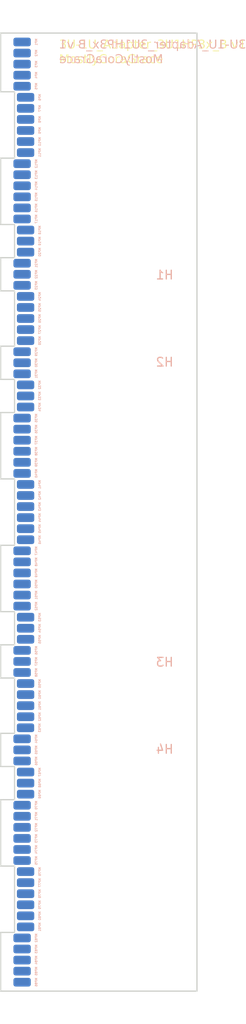
<source format=kicad_pcb>
(kicad_pcb (version 20240108) (generator "pcbnew") (generator_version "8.0")
  (layers (0 "F.Cu" signal) (31 "B.Cu" signal) (34 "B.Paste" user) (35 "F.Paste" user) (36 "B.SilkS" user "B.Silkscreen") (37 "F.SilkS" user "F.Silkscreen") (38 "B.Mask" user) (39 "F.Mask" user) (44 "Edge.Cuts" user))
  (net 0 "")
  (footprint "EXC:SolderWirePad_1x01_SMD_1x2mm" (layer "B.Cu") (at 2.87 87.63 -90)
    (property "Reference" "MP60" (at 0 -1.6256 90) (layer "B.SilkS") (effects (font (size 0.25 0.25) (thickness 0.06)) (justify mirror)))
    (property "Value" "Mechanical_Pad_Solder_Linkage")
    (pad "1" smd roundrect (at 0 0 270) (size 1 2) (layers "B.Cu" "B.Paste" "B.Mask"))
  )
  (footprint "EXC:SolderWirePad_1x01_SMD_1x2mm" (layer "B.Cu") (at 2.47 26.67 -90)
    (property "Reference" "MP12" (at 0 -1.6256 90) (layer "B.SilkS") (effects (font (size 0.25 0.25) (thickness 0.06)) (justify mirror)))
    (property "Value" "Mechanical_Pad_Solder_Linkage")
    (pad "1" smd roundrect (at 0 0 270) (size 1 2) (layers "B.Cu" "B.Paste" "B.Mask"))
  )
  (footprint "EXC:SolderWirePad_1x01_SMD_1x2mm" (layer "B.Cu") (at 2.47 58.42 -90)
    (property "Reference" "MP37" (at 0 -1.6256 90) (layer "B.SilkS") (effects (font (size 0.25 0.25) (thickness 0.06)) (justify mirror)))
    (property "Value" "Mechanical_Pad_Solder_Linkage")
    (pad "1" smd roundrect (at 0 0 270) (size 1 2) (layers "B.Cu" "B.Paste" "B.Mask"))
  )
  (footprint "EXC:SolderWirePad_1x01_SMD_1x2mm" (layer "B.Cu") (at 2.47 60.96 -90)
    (property "Reference" "MP39" (at 0 -1.6256 90) (layer "B.SilkS") (effects (font (size 0.25 0.25) (thickness 0.06)) (justify mirror)))
    (property "Value" "Mechanical_Pad_Solder_Linkage")
    (pad "1" smd roundrect (at 0 0 270) (size 1 2) (layers "B.Cu" "B.Paste" "B.Mask"))
  )
  (footprint "EXC:SolderWirePad_1x01_SMD_1x2mm" (layer "B.Cu") (at 2.47 106.68 -90)
    (property "Reference" "MP75" (at 0 -1.6256 90) (layer "B.SilkS") (effects (font (size 0.25 0.25) (thickness 0.06)) (justify mirror)))
    (property "Value" "Mechanical_Pad_Solder_Linkage")
    (pad "1" smd roundrect (at 0 0 270) (size 1 2) (layers "B.Cu" "B.Paste" "B.Mask"))
  )
  (footprint "EXC:SolderWirePad_1x01_SMD_1x2mm" (layer "B.Cu") (at 2.87 90.17 -90)
    (property "Reference" "MP62" (at 0 -1.6256 90) (layer "B.SilkS") (effects (font (size 0.25 0.25) (thickness 0.06)) (justify mirror)))
    (property "Value" "Mechanical_Pad_Solder_Linkage")
    (pad "1" smd roundrect (at 0 0 270) (size 1 2) (layers "B.Cu" "B.Paste" "B.Mask"))
  )
  (footprint "EXC:MountingHole_3.2mm_M3" (layer "B.Cu") (at 13.1 93.9 180)
    (property "Reference" "H4" (at -4.68 0 0) (layer "B.SilkS") (effects (justify right mirror)))
    (property "Value" "Eurorack_M3_MountingHole")
    (pad "" np_thru_hole oval (at 0 0 180) (size 7.8 5.2) (drill oval 7.8 5.2) (layers "F&B.Cu" "*.Mask"))
  )
  (footprint "EXC:SolderWirePad_1x01_SMD_1x2mm" (layer "B.Cu") (at 2.47 13.97 -90)
    (property "Reference" "MP2" (at 0 -1.6256 90) (layer "B.SilkS") (effects (font (size 0.25 0.25) (thickness 0.06)) (justify mirror)))
    (property "Value" "Mechanical_Pad_Solder_Linkage")
    (pad "1" smd roundrect (at 0 0 270) (size 1 2) (layers "B.Cu" "B.Paste" "B.Mask"))
  )
  (footprint "EXC:SolderWirePad_1x01_SMD_1x2mm" (layer "B.Cu") (at 2.47 76.2 -90)
    (property "Reference" "MP51" (at 0 -1.6256 90) (layer "B.SilkS") (effects (font (size 0.25 0.25) (thickness 0.06)) (justify mirror)))
    (property "Value" "Mechanical_Pad_Solder_Linkage")
    (pad "1" smd roundrect (at 0 0 270) (size 1 2) (layers "B.Cu" "B.Paste" "B.Mask"))
  )
  (footprint "EXC:SolderWirePad_1x01_SMD_1x2mm" (layer "B.Cu") (at 2.47 115.57 -90)
    (property "Reference" "MP82" (at 0 -1.6256 90) (layer "B.SilkS") (effects (font (size 0.25 0.25) (thickness 0.06)) (justify mirror)))
    (property "Value" "Mechanical_Pad_Solder_Linkage")
    (pad "1" smd roundrect (at 0 0 270) (size 1 2) (layers "B.Cu" "B.Paste" "B.Mask"))
  )
  (footprint "EXC:SolderWirePad_1x01_SMD_1x2mm" (layer "B.Cu") (at 2.87 46.99 -90)
    (property "Reference" "MP28" (at 0 -1.6256 90) (layer "B.SilkS") (effects (font (size 0.25 0.25) (thickness 0.06)) (justify mirror)))
    (property "Value" "Mechanical_Pad_Solder_Linkage")
    (pad "1" smd roundrect (at 0 0 270) (size 1 2) (layers "B.Cu" "B.Paste" "B.Mask"))
  )
  (footprint "EXC:SolderWirePad_1x01_SMD_1x2mm" (layer "B.Cu") (at 2.87 63.5 -90)
    (property "Reference" "MP41" (at 0 -1.6256 90) (layer "B.SilkS") (effects (font (size 0.25 0.25) (thickness 0.06)) (justify mirror)))
    (property "Value" "Mechanical_Pad_Solder_Linkage")
    (pad "1" smd roundrect (at 0 0 270) (size 1 2) (layers "B.Cu" "B.Paste" "B.Mask"))
  )
  (footprint "EXC:SolderWirePad_1x01_SMD_1x2mm" (layer "B.Cu") (at 2.47 73.66 -90)
    (property "Reference" "MP49" (at 0 -1.6256 90) (layer "B.SilkS") (effects (font (size 0.25 0.25) (thickness 0.06)) (justify mirror)))
    (property "Value" "Mechanical_Pad_Solder_Linkage")
    (pad "1" smd roundrect (at 0 0 270) (size 1 2) (layers "B.Cu" "B.Paste" "B.Mask"))
  )
  (footprint "EXC:SolderWirePad_1x01_SMD_1x2mm" (layer "B.Cu") (at 2.47 105.41 -90)
    (property "Reference" "MP74" (at 0 -1.6256 90) (layer "B.SilkS") (effects (font (size 0.25 0.25) (thickness 0.06)) (justify mirror)))
    (property "Value" "Mechanical_Pad_Solder_Linkage")
    (pad "1" smd roundrect (at 0 0 270) (size 1 2) (layers "B.Cu" "B.Paste" "B.Mask"))
  )
  (footprint "EXC:SolderWirePad_1x01_SMD_1x2mm" (layer "B.Cu") (at 2.87 68.58 -90)
    (property "Reference" "MP45" (at 0 -1.6256 90) (layer "B.SilkS") (effects (font (size 0.25 0.25) (thickness 0.06)) (justify mirror)))
    (property "Value" "Mechanical_Pad_Solder_Linkage")
    (pad "1" smd roundrect (at 0 0 270) (size 1 2) (layers "B.Cu" "B.Paste" "B.Mask"))
  )
  (footprint "EXC:SolderWirePad_1x01_SMD_1x2mm" (layer "B.Cu") (at 2.87 24.13 -90)
    (property "Reference" "MP10" (at 0 -1.6256 90) (layer "B.SilkS") (effects (font (size 0.25 0.25) (thickness 0.06)) (justify mirror)))
    (property "Value" "Mechanical_Pad_Solder_Linkage")
    (pad "1" smd roundrect (at 0 0 270) (size 1 2) (layers "B.Cu" "B.Paste" "B.Mask"))
  )
  (footprint "EXC:SolderWirePad_1x01_SMD_1x2mm" (layer "B.Cu") (at 2.47 40.64 -90)
    (property "Reference" "MP23" (at 0 -1.6256 90) (layer "B.SilkS") (effects (font (size 0.25 0.25) (thickness 0.06)) (justify mirror)))
    (property "Value" "Mechanical_Pad_Solder_Linkage")
    (pad "1" smd roundrect (at 0 0 270) (size 1 2) (layers "B.Cu" "B.Paste" "B.Mask"))
  )
  (footprint "EXC:SolderWirePad_1x01_SMD_1x2mm" (layer "B.Cu") (at 2.47 17.78 -90)
    (property "Reference" "MP5" (at 0 -1.6256 90) (layer "B.SilkS") (effects (font (size 0.25 0.25) (thickness 0.06)) (justify mirror)))
    (property "Value" "Mechanical_Pad_Solder_Linkage")
    (pad "1" smd roundrect (at 0 0 270) (size 1 2) (layers "B.Cu" "B.Paste" "B.Mask"))
  )
  (footprint "EXC:SolderWirePad_1x01_SMD_1x2mm" (layer "B.Cu") (at 2.87 44.45 -90)
    (property "Reference" "MP26" (at 0 -1.6256 90) (layer "B.SilkS") (effects (font (size 0.25 0.25) (thickness 0.06)) (justify mirror)))
    (property "Value" "Mechanical_Pad_Solder_Linkage")
    (pad "1" smd roundrect (at 0 0 270) (size 1 2) (layers "B.Cu" "B.Paste" "B.Mask"))
  )
  (footprint "EXC:SolderWirePad_1x01_SMD_1x2mm" (layer "B.Cu") (at 2.47 92.71 -90)
    (property "Reference" "MP64" (at 0 -1.6256 90) (layer "B.SilkS") (effects (font (size 0.25 0.25) (thickness 0.06)) (justify mirror)))
    (property "Value" "Mechanical_Pad_Solder_Linkage")
    (pad "1" smd roundrect (at 0 0 270) (size 1 2) (layers "B.Cu" "B.Paste" "B.Mask"))
  )
  (footprint "EXC:SolderWirePad_1x01_SMD_1x2mm" (layer "B.Cu") (at 2.47 72.39 -90)
    (property "Reference" "MP48" (at 0 -1.6256 90) (layer "B.SilkS") (effects (font (size 0.25 0.25) (thickness 0.06)) (justify mirror)))
    (property "Value" "Mechanical_Pad_Solder_Linkage")
    (pad "1" smd roundrect (at 0 0 270) (size 1 2) (layers "B.Cu" "B.Paste" "B.Mask"))
  )
  (footprint "EXC:SolderWirePad_1x01_SMD_1x2mm" (layer "B.Cu") (at 2.87 99.06 -90)
    (property "Reference" "MP69" (at 0 -1.6256 90) (layer "B.SilkS") (effects (font (size 0.25 0.25) (thickness 0.06)) (justify mirror)))
    (property "Value" "Mechanical_Pad_Solder_Linkage")
    (pad "1" smd roundrect (at 0 0 270) (size 1 2) (layers "B.Cu" "B.Paste" "B.Mask"))
  )
  (footprint "EXC:SolderWirePad_1x01_SMD_1x2mm" (layer "B.Cu") (at 2.87 97.79 -90)
    (property "Reference" "MP68" (at 0 -1.6256 90) (layer "B.SilkS") (effects (font (size 0.25 0.25) (thickness 0.06)) (justify mirror)))
    (property "Value" "Mechanical_Pad_Solder_Linkage")
    (pad "1" smd roundrect (at 0 0 270) (size 1 2) (layers "B.Cu" "B.Paste" "B.Mask"))
  )
  (footprint "EXC:SolderWirePad_1x01_SMD_1x2mm" (layer "B.Cu") (at 2.47 29.21 -90)
    (property "Reference" "MP14" (at 0 -1.6256 90) (layer "B.SilkS") (effects (font (size 0.25 0.25) (thickness 0.06)) (justify mirror)))
    (property "Value" "Mechanical_Pad_Solder_Linkage")
    (pad "1" smd roundrect (at 0 0 270) (size 1 2) (layers "B.Cu" "B.Paste" "B.Mask"))
  )
  (footprint "EXC:SolderWirePad_1x01_SMD_1x2mm" (layer "B.Cu") (at 2.47 15.24 -90)
    (property "Reference" "MP3" (at 0 -1.6256 90) (layer "B.SilkS") (effects (font (size 0.25 0.25) (thickness 0.06)) (justify mirror)))
    (property "Value" "Mechanical_Pad_Solder_Linkage")
    (pad "1" smd roundrect (at 0 0 270) (size 1 2) (layers "B.Cu" "B.Paste" "B.Mask"))
  )
  (footprint "EXC:SolderWirePad_1x01_SMD_1x2mm" (layer "B.Cu") (at 2.47 62.23 -90)
    (property "Reference" "MP40" (at 0 -1.6256 90) (layer "B.SilkS") (effects (font (size 0.25 0.25) (thickness 0.06)) (justify mirror)))
    (property "Value" "Mechanical_Pad_Solder_Linkage")
    (pad "1" smd roundrect (at 0 0 270) (size 1 2) (layers "B.Cu" "B.Paste" "B.Mask"))
  )
  (footprint "EXC:SolderWirePad_1x01_SMD_1x2mm" (layer "B.Cu") (at 2.47 31.75 -90)
    (property "Reference" "MP16" (at 0 -1.6256 90) (layer "B.SilkS") (effects (font (size 0.25 0.25) (thickness 0.06)) (justify mirror)))
    (property "Value" "Mechanical_Pad_Solder_Linkage")
    (pad "1" smd roundrect (at 0 0 270) (size 1 2) (layers "B.Cu" "B.Paste" "B.Mask"))
  )
  (footprint "EXC:MountingHole_3.2mm_M3" (layer "B.Cu") (at 13.1 49.45 180)
    (property "Reference" "H2" (at -4.68 0 0) (layer "B.SilkS") (effects (justify right mirror)))
    (property "Value" "Eurorack_M3_MountingHole")
    (pad "" np_thru_hole oval (at 0 0 180) (size 7.8 5.2) (drill oval 7.8 5.2) (layers "F&B.Cu" "*.Mask"))
  )
  (footprint "EXC:SolderWirePad_1x01_SMD_1x2mm" (layer "B.Cu") (at 2.87 81.28 -90)
    (property "Reference" "MP55" (at 0 -1.6256 90) (layer "B.SilkS") (effects (font (size 0.25 0.25) (thickness 0.06)) (justify mirror)))
    (property "Value" "Mechanical_Pad_Solder_Linkage")
    (pad "1" smd roundrect (at 0 0 270) (size 1 2) (layers "B.Cu" "B.Paste" "B.Mask"))
  )
  (footprint "EXC:MountingHole_3.2mm_M3" (layer "B.Cu") (at 13.1 83.9 180)
    (property "Reference" "H3" (at -4.68 0 0) (layer "B.SilkS") (effects (justify right mirror)))
    (property "Value" "Eurorack_M3_MountingHole")
    (pad "" np_thru_hole oval (at 0 0 180) (size 7.8 5.2) (drill oval 7.8 5.2) (layers "F&B.Cu" "*.Mask"))
  )
  (footprint "EXC:SolderWirePad_1x01_SMD_1x2mm" (layer "B.Cu") (at 2.87 86.36 -90)
    (property "Reference" "MP59" (at 0 -1.6256 90) (layer "B.SilkS") (effects (font (size 0.25 0.25) (thickness 0.06)) (justify mirror)))
    (property "Value" "Mechanical_Pad_Solder_Linkage")
    (pad "1" smd roundrect (at 0 0 270) (size 1 2) (layers "B.Cu" "B.Paste" "B.Mask"))
  )
  (footprint "EXC:SolderWirePad_1x01_SMD_1x2mm" (layer "B.Cu") (at 2.47 95.25 -90)
    (property "Reference" "MP66" (at 0 -1.6256 90) (layer "B.SilkS") (effects (font (size 0.25 0.25) (thickness 0.06)) (justify mirror)))
    (property "Value" "Mechanical_Pad_Solder_Linkage")
    (pad "1" smd roundrect (at 0 0 270) (size 1 2) (layers "B.Cu" "B.Paste" "B.Mask"))
  )
  (footprint "EXC:SolderWirePad_1x01_SMD_1x2mm" (layer "B.Cu") (at 2.47 104.14 -90)
    (property "Reference" "MP73" (at 0 -1.6256 90) (layer "B.SilkS") (effects (font (size 0.25 0.25) (thickness 0.06)) (justify mirror)))
    (property "Value" "Mechanical_Pad_Solder_Linkage")
    (pad "1" smd roundrect (at 0 0 270) (size 1 2) (layers "B.Cu" "B.Paste" "B.Mask"))
  )
  (footprint "EXC:SolderWirePad_1x01_SMD_1x2mm" (layer "B.Cu") (at 2.87 78.74 -90)
    (property "Reference" "MP53" (at 0 -1.6256 90) (layer "B.SilkS") (effects (font (size 0.25 0.25) (thickness 0.06)) (justify mirror)))
    (property "Value" "Mechanical_Pad_Solder_Linkage")
    (pad "1" smd roundrect (at 0 0 270) (size 1 2) (layers "B.Cu" "B.Paste" "B.Mask"))
  )
  (footprint "EXC:SolderWirePad_1x01_SMD_1x2mm" (layer "B.Cu") (at 2.87 107.95 -90)
    (property "Reference" "MP76" (at 0 -1.6256 90) (layer "B.SilkS") (effects (font (size 0.25 0.25) (thickness 0.06)) (justify mirror)))
    (property "Value" "Mechanical_Pad_Solder_Linkage")
    (pad "1" smd roundrect (at 0 0 270) (size 1 2) (layers "B.Cu" "B.Paste" "B.Mask"))
  )
  (footprint "EXC:SolderWirePad_1x01_SMD_1x2mm" (layer "B.Cu") (at 2.87 111.76 -90)
    (property "Reference" "MP79" (at 0 -1.6256 90) (layer "B.SilkS") (effects (font (size 0.25 0.25) (thickness 0.06)) (justify mirror)))
    (property "Value" "Mechanical_Pad_Solder_Linkage")
    (pad "1" smd roundrect (at 0 0 270) (size 1 2) (layers "B.Cu" "B.Paste" "B.Mask"))
  )
  (footprint "EXC:SolderWirePad_1x01_SMD_1x2mm" (layer "B.Cu") (at 2.47 119.38 -90)
    (property "Reference" "MP85" (at 0 -1.6256 90) (layer "B.SilkS") (effects (font (size 0.25 0.25) (thickness 0.06)) (justify mirror)))
    (property "Value" "Mechanical_Pad_Solder_Linkage")
    (pad "1" smd roundrect (at 0 0 270) (size 1 2) (layers "B.Cu" "B.Paste" "B.Mask"))
  )
  (footprint "EXC:SolderWirePad_1x01_SMD_1x2mm" (layer "B.Cu") (at 2.86 91.44 -90)
    (property "Reference" "MP63" (at 0 -1.6256 90) (layer "B.SilkS") (effects (font (size 0.25 0.25) (thickness 0.06)) (justify mirror)))
    (property "Value" "Mechanical_Pad_Solder_Linkage")
    (pad "1" smd roundrect (at 0 0 270) (size 1 2) (layers "B.Cu" "B.Paste" "B.Mask"))
  )
  (footprint "EXC:SolderWirePad_1x01_SMD_1x2mm" (layer "B.Cu") (at 2.87 43.18 -90)
    (property "Reference" "MP25" (at 0 -1.6256 90) (layer "B.SilkS") (effects (font (size 0.25 0.25) (thickness 0.06)) (justify mirror)))
    (property "Value" "Mechanical_Pad_Solder_Linkage")
    (pad "1" smd roundrect (at 0 0 270) (size 1 2) (layers "B.Cu" "B.Paste" "B.Mask"))
  )
  (footprint "EXC:SolderWirePad_1x01_SMD_1x2mm" (layer "B.Cu") (at 2.47 102.87 -90)
    (property "Reference" "MP72" (at 0 -1.6256 90) (layer "B.SilkS") (effects (font (size 0.25 0.25) (thickness 0.06)) (justify mirror)))
    (property "Value" "Mechanical_Pad_Solder_Linkage")
    (pad "1" smd roundrect (at 0 0 270) (size 1 2) (layers "B.Cu" "B.Paste" "B.Mask"))
  )
  (footprint "EXC:SolderWirePad_1x01_SMD_1x2mm" (layer "B.Cu") (at 2.47 93.98 -90)
    (property "Reference" "MP65" (at 0 -1.6256 90) (layer "B.SilkS") (effects (font (size 0.25 0.25) (thickness 0.06)) (justify mirror)))
    (property "Value" "Mechanical_Pad_Solder_Linkage")
    (pad "1" smd roundrect (at 0 0 270) (size 1 2) (layers "B.Cu" "B.Paste" "B.Mask"))
  )
  (footprint "EXC:SolderWirePad_1x01_SMD_1x2mm" (layer "B.Cu") (at 2.47 74.93 -90)
    (property "Reference" "MP50" (at 0 -1.6256 90) (layer "B.SilkS") (effects (font (size 0.25 0.25) (thickness 0.06)) (justify mirror)))
    (property "Value" "Mechanical_Pad_Solder_Linkage")
    (pad "1" smd roundrect (at 0 0 270) (size 1 2) (layers "B.Cu" "B.Paste" "B.Mask"))
  )
  (footprint "EXC:SolderWirePad_1x01_SMD_1x2mm" (layer "B.Cu") (at 2.47 101.6 -90)
    (property "Reference" "MP71" (at 0 -1.6256 90) (layer "B.SilkS") (effects (font (size 0.25 0.25) (thickness 0.06)) (justify mirror)))
    (property "Value" "Mechanical_Pad_Solder_Linkage")
    (pad "1" smd roundrect (at 0 0 270) (size 1 2) (layers "B.Cu" "B.Paste" "B.Mask"))
  )
  (footprint "EXC:SolderWirePad_1x01_SMD_1x2mm" (layer "B.Cu") (at 2.47 50.8 -90)
    (property "Reference" "MP31" (at 0 -1.6256 90) (layer "B.SilkS") (effects (font (size 0.25 0.25) (thickness 0.06)) (justify mirror)))
    (property "Value" "Mechanical_Pad_Solder_Linkage")
    (pad "1" smd roundrect (at 0 0 270) (size 1 2) (layers "B.Cu" "B.Paste" "B.Mask"))
  )
  (footprint "EXC:SolderWirePad_1x01_SMD_1x2mm" (layer "B.Cu") (at 2.47 116.84 -90)
    (property "Reference" "MP83" (at 0 -1.6256 90) (layer "B.SilkS") (effects (font (size 0.25 0.25) (thickness 0.06)) (justify mirror)))
    (property "Value" "Mechanical_Pad_Solder_Linkage")
    (pad "1" smd roundrect (at 0 0 270) (size 1 2) (layers "B.Cu" "B.Paste" "B.Mask"))
  )
  (footprint "EXC:SolderWirePad_1x01_SMD_1x2mm" (layer "B.Cu") (at 2.87 35.56 -90)
    (property "Reference" "MP19" (at 0 -1.6256 90) (layer "B.SilkS") (effects (font (size 0.25 0.25) (thickness 0.06)) (justify mirror)))
    (property "Value" "Mechanical_Pad_Solder_Linkage")
    (pad "1" smd roundrect (at 0 0 270) (size 1 2) (layers "B.Cu" "B.Paste" "B.Mask"))
  )
  (footprint "EXC:SolderWirePad_1x01_SMD_1x2mm" (layer "B.Cu") (at 2.87 45.72 -90)
    (property "Reference" "MP27" (at 0 -1.6256 90) (layer "B.SilkS") (effects (font (size 0.25 0.25) (thickness 0.06)) (justify mirror)))
    (property "Value" "Mechanical_Pad_Solder_Linkage")
    (pad "1" smd roundrect (at 0 0 270) (size 1 2) (layers "B.Cu" "B.Paste" "B.Mask"))
  )
  (footprint "EXC:SolderWirePad_1x01_SMD_1x2mm" (layer "B.Cu") (at 2.47 71.12 -90)
    (property "Reference" "MP47" (at 0 -1.6256 90) (layer "B.SilkS") (effects (font (size 0.25 0.25) (thickness 0.06)) (justify mirror)))
    (property "Value" "Mechanical_Pad_Solder_Linkage")
    (pad "1" smd roundrect (at 0 0 270) (size 1 2) (layers "B.Cu" "B.Paste" "B.Mask"))
  )
  (footprint "EXC:SolderWirePad_1x01_SMD_1x2mm" (layer "B.Cu") (at 2.47 49.53 -90)
    (property "Reference" "MP30" (at 0 -1.6256 90) (layer "B.SilkS") (effects (font (size 0.25 0.25) (thickness 0.06)) (justify mirror)))
    (property "Value" "Mechanical_Pad_Solder_Linkage")
    (pad "1" smd roundrect (at 0 0 270) (size 1 2) (layers "B.Cu" "B.Paste" "B.Mask"))
  )
  (footprint "EXC:SolderWirePad_1x01_SMD_1x2mm" (layer "B.Cu") (at 2.47 118.11 -90)
    (property "Reference" "MP84" (at 0 -1.6256 90) (layer "B.SilkS") (effects (font (size 0.25 0.25) (thickness 0.06)) (justify mirror)))
    (property "Value" "Mechanical_Pad_Solder_Linkage")
    (pad "1" smd roundrect (at 0 0 270) (size 1 2) (layers "B.Cu" "B.Paste" "B.Mask"))
  )
  (footprint "EXC:SolderWirePad_1x01_SMD_1x2mm" (layer "B.Cu") (at 2.47 30.48 -90)
    (property "Reference" "MP15" (at 0 -1.6256 90) (layer "B.SilkS") (effects (font (size 0.25 0.25) (thickness 0.06)) (justify mirror)))
    (property "Value" "Mechanical_Pad_Solder_Linkage")
    (pad "1" smd roundrect (at 0 0 270) (size 1 2) (layers "B.Cu" "B.Paste" "B.Mask"))
  )
  (footprint "EXC:SolderWirePad_1x01_SMD_1x2mm" (layer "B.Cu") (at 2.47 12.7 -90)
    (property "Reference" "MP1" (at 0 -1.6256 90) (layer "B.SilkS") (effects (font (size 0.25 0.25) (thickness 0.06)) (justify mirror)))
    (property "Value" "Mechanical_Pad_Solder_Linkage")
    (pad "1" smd roundrect (at 0 0 270) (size 1 2) (layers "B.Cu" "B.Paste" "B.Mask"))
  )
  (footprint "EXC:SolderWirePad_1x01_SMD_1x2mm" (layer "B.Cu") (at 2.87 36.83 -90)
    (property "Reference" "MP20" (at 0 -1.6256 90) (layer "B.SilkS") (effects (font (size 0.25 0.25) (thickness 0.06)) (justify mirror)))
    (property "Value" "Mechanical_Pad_Solder_Linkage")
    (pad "1" smd roundrect (at 0 0 270) (size 1 2) (layers "B.Cu" "B.Paste" "B.Mask"))
  )
  (footprint "EXC:SolderWirePad_1x01_SMD_1x2mm" (layer "B.Cu") (at 2.47 83.82 -90)
    (property "Reference" "MP57" (at 0 -1.6256 90) (layer "B.SilkS") (effects (font (size 0.25 0.25) (thickness 0.06)) (justify mirror)))
    (property "Value" "Mechanical_Pad_Solder_Linkage")
    (pad "1" smd roundrect (at 0 0 270) (size 1 2) (layers "B.Cu" "B.Paste" "B.Mask"))
  )
  (footprint "EXC:SolderWirePad_1x01_SMD_1x2mm" (layer "B.Cu") (at 2.87 114.3 -90)
    (property "Reference" "MP81" (at 0 -1.6256 90) (layer "B.SilkS") (effects (font (size 0.25 0.25) (thickness 0.06)) (justify mirror)))
    (property "Value" "Mechanical_Pad_Solder_Linkage")
    (pad "1" smd roundrect (at 0 0 270) (size 1 2) (layers "B.Cu" "B.Paste" "B.Mask"))
  )
  (footprint "EXC:SolderWirePad_1x01_SMD_1x2mm" (layer "B.Cu") (at 2.87 41.91 -90)
    (property "Reference" "MP24" (at 0 -1.6256 90) (layer "B.SilkS") (effects (font (size 0.25 0.25) (thickness 0.06)) (justify mirror)))
    (property "Value" "Mechanical_Pad_Solder_Linkage")
    (pad "1" smd roundrect (at 0 0 270) (size 1 2) (layers "B.Cu" "B.Paste" "B.Mask"))
  )
  (footprint "EXC:SolderWirePad_1x01_SMD_1x2mm" (layer "B.Cu") (at 2.87 109.22 -90)
    (property "Reference" "MP77" (at 0 -1.6256 90) (layer "B.SilkS") (effects (font (size 0.25 0.25) (thickness 0.06)) (justify mirror)))
    (property "Value" "Mechanical_Pad_Solder_Linkage")
    (pad "1" smd roundrect (at 0 0 270) (size 1 2) (layers "B.Cu" "B.Paste" "B.Mask"))
  )
  (footprint "EXC:SolderWirePad_1x01_SMD_1x2mm" (layer "B.Cu") (at 2.47 39.37 -90)
    (property "Reference" "MP22" (at 0 -1.6256 90) (layer "B.SilkS") (effects (font (size 0.25 0.25) (thickness 0.06)) (justify mirror)))
    (property "Value" "Mechanical_Pad_Solder_Linkage")
    (pad "1" smd roundrect (at 0 0 270) (size 1 2) (layers "B.Cu" "B.Paste" "B.Mask"))
  )
  (footprint "EXC:SolderWirePad_1x01_SMD_1x2mm" (layer "B.Cu") (at 2.87 80.01 -90)
    (property "Reference" "MP54" (at 0 -1.6256 90) (layer "B.SilkS") (effects (font (size 0.25 0.25) (thickness 0.06)) (justify mirror)))
    (property "Value" "Mechanical_Pad_Solder_Linkage")
    (pad "1" smd roundrect (at 0 0 270) (size 1 2) (layers "B.Cu" "B.Paste" "B.Mask"))
  )
  (footprint "EXC:SolderWirePad_1x01_SMD_1x2mm" (layer "B.Cu") (at 2.87 69.85 -90)
    (property "Reference" "MP46" (at 0 -1.6256 90) (layer "B.SilkS") (effects (font (size 0.25 0.25) (thickness 0.06)) (justify mirror)))
    (property "Value" "Mechanical_Pad_Solder_Linkage")
    (pad "1" smd roundrect (at 0 0 270) (size 1 2) (layers "B.Cu" "B.Paste" "B.Mask"))
  )
  (footprint "EXC:SolderWirePad_1x01_SMD_1x2mm" (layer "B.Cu") (at 2.87 67.31 -90)
    (property "Reference" "MP44" (at 0 -1.6256 90) (layer "B.SilkS") (effects (font (size 0.25 0.25) (thickness 0.06)) (justify mirror)))
    (property "Value" "Mechanical_Pad_Solder_Linkage")
    (pad "1" smd roundrect (at 0 0 270) (size 1 2) (layers "B.Cu" "B.Paste" "B.Mask"))
  )
  (footprint "EXC:SolderWirePad_1x01_SMD_1x2mm" (layer "B.Cu") (at 2.47 48.26 -90)
    (property "Reference" "MP29" (at 0 -1.6256 90) (layer "B.SilkS") (effects (font (size 0.25 0.25) (thickness 0.06)) (justify mirror)))
    (property "Value" "Mechanical_Pad_Solder_Linkage")
    (pad "1" smd roundrect (at 0 0 270) (size 1 2) (layers "B.Cu" "B.Paste" "B.Mask"))
  )
  (footprint "EXC:MountingHole_3.2mm_M3" (layer "B.Cu") (at 13.1 39.45 180)
    (property "Reference" "H1" (at -4.68 0 0) (layer "B.SilkS") (effects (justify right mirror)))
    (property "Value" "Eurorack_M3_MountingHole")
    (pad "" np_thru_hole oval (at 0 0 180) (size 7.8 5.2) (drill oval 7.8 5.2) (layers "F&B.Cu" "*.Mask"))
  )
  (footprint "EXC:SolderWirePad_1x01_SMD_1x2mm" (layer "B.Cu") (at 2.87 53.34 -90)
    (property "Reference" "MP33" (at 0 -1.6256 90) (layer "B.SilkS") (effects (font (size 0.25 0.25) (thickness 0.06)) (justify mirror)))
    (property "Value" "Mechanical_Pad_Solder_Linkage")
    (pad "1" smd roundrect (at 0 0 270) (size 1 2) (layers "B.Cu" "B.Paste" "B.Mask"))
  )
  (footprint "EXC:SolderWirePad_1x01_SMD_1x2mm" (layer "B.Cu") (at 2.47 85.09 -90)
    (property "Reference" "MP58" (at 0 -1.6256 90) (layer "B.SilkS") (effects (font (size 0.25 0.25) (thickness 0.06)) (justify mirror)))
    (property "Value" "Mechanical_Pad_Solder_Linkage")
    (pad "1" smd roundrect (at 0 0 270) (size 1 2) (layers "B.Cu" "B.Paste" "B.Mask"))
  )
  (footprint "EXC:SolderWirePad_1x01_SMD_1x2mm" (layer "B.Cu") (at 2.87 64.77 -90)
    (property "Reference" "MP42" (at 0 -1.6256 90) (layer "B.SilkS") (effects (font (size 0.25 0.25) (thickness 0.06)) (justify mirror)))
    (property "Value" "Mechanical_Pad_Solder_Linkage")
    (pad "1" smd roundrect (at 0 0 270) (size 1 2) (layers "B.Cu" "B.Paste" "B.Mask"))
  )
  (footprint "EXC:SolderWirePad_1x01_SMD_1x2mm" (layer "B.Cu") (at 2.87 54.61 -90)
    (property "Reference" "MP34" (at 0 -1.6256 90) (layer "B.SilkS") (effects (font (size 0.25 0.25) (thickness 0.06)) (justify mirror)))
    (property "Value" "Mechanical_Pad_Solder_Linkage")
    (pad "1" smd roundrect (at 0 0 270) (size 1 2) (layers "B.Cu" "B.Paste" "B.Mask"))
  )
  (footprint "EXC:SolderWirePad_1x01_SMD_1x2mm" (layer "B.Cu") (at 2.87 21.59 -90)
    (property "Reference" "MP8" (at 0 -1.6256 90) (layer "B.SilkS") (effects (font (size 0.25 0.25) (thickness 0.06)) (justify mirror)))
    (property "Value" "Mechanical_Pad_Solder_Linkage")
    (pad "1" smd roundrect (at 0 0 270) (size 1 2) (layers "B.Cu" "B.Paste" "B.Mask"))
  )
  (footprint "EXC:SolderWirePad_1x01_SMD_1x2mm" (layer "B.Cu") (at 2.87 66.04 -90)
    (property "Reference" "MP43" (at 0 -1.6256 90) (layer "B.SilkS") (effects (font (size 0.25 0.25) (thickness 0.06)) (justify mirror)))
    (property "Value" "Mechanical_Pad_Solder_Linkage")
    (pad "1" smd roundrect (at 0 0 270) (size 1 2) (layers "B.Cu" "B.Paste" "B.Mask"))
  )
  (footprint "EXC:SolderWirePad_1x01_SMD_1x2mm" (layer "B.Cu") (at 2.47 38.1 -90)
    (property "Reference" "MP21" (at 0 -1.6256 90) (layer "B.SilkS") (effects (font (size 0.25 0.25) (thickness 0.06)) (justify mirror)))
    (property "Value" "Mechanical_Pad_Solder_Linkage")
    (pad "1" smd roundrect (at 0 0 270) (size 1 2) (layers "B.Cu" "B.Paste" "B.Mask"))
  )
  (footprint "EXC:SolderWirePad_1x01_SMD_1x2mm" (layer "B.Cu") (at 2.87 52.07 -90)
    (property "Reference" "MP32" (at 0 -1.6256 90) (layer "B.SilkS") (effects (font (size 0.25 0.25) (thickness 0.06)) (justify mirror)))
    (property "Value" "Mechanical_Pad_Solder_Linkage")
    (pad "1" smd roundrect (at 0 0 270) (size 1 2) (layers "B.Cu" "B.Paste" "B.Mask"))
  )
  (footprint "EXC:SolderWirePad_1x01_SMD_1x2mm" (layer "B.Cu") (at 2.87 20.32 -90)
    (property "Reference" "MP7" (at 0 -1.6256 90) (layer "B.SilkS") (effects (font (size 0.25 0.25) (thickness 0.06)) (justify mirror)))
    (property "Value" "Mechanical_Pad_Solder_Linkage")
    (pad "1" smd roundrect (at 0 0 270) (size 1 2) (layers "B.Cu" "B.Paste" "B.Mask"))
  )
  (footprint "EXC:SolderWirePad_1x01_SMD_1x2mm" (layer "B.Cu") (at 2.47 120.65 -90)
    (property "Reference" "MP86" (at 0 -1.6256 90) (layer "B.SilkS") (effects (font (size 0.25 0.25) (thickness 0.06)) (justify mirror)))
    (property "Value" "Mechanical_Pad_Solder_Linkage")
    (pad "1" smd roundrect (at 0 0 270) (size 1 2) (layers "B.Cu" "B.Paste" "B.Mask"))
  )
  (footprint "EXC:SolderWirePad_1x01_SMD_1x2mm" (layer "B.Cu") (at 2.87 22.86 -90)
    (property "Reference" "MP9" (at 0 -1.6256 90) (layer "B.SilkS") (effects (font (size 0.25 0.25) (thickness 0.06)) (justify mirror)))
    (property "Value" "Mechanical_Pad_Solder_Linkage")
    (pad "1" smd roundrect (at 0 0 270) (size 1 2) (layers "B.Cu" "B.Paste" "B.Mask"))
  )
  (footprint "EXC:SolderWirePad_1x01_SMD_1x2mm" (layer "B.Cu") (at 2.47 77.47 -90)
    (property "Reference" "MP52" (at 0 -1.6256 90) (layer "B.SilkS") (effects (font (size 0.25 0.25) (thickness 0.06)) (justify mirror)))
    (property "Value" "Mechanical_Pad_Solder_Linkage")
    (pad "1" smd roundrect (at 0 0 270) (size 1 2) (layers "B.Cu" "B.Paste" "B.Mask"))
  )
  (footprint "EXC:SolderWirePad_1x01_SMD_1x2mm" (layer "B.Cu") (at 2.87 25.4 -90)
    (property "Reference" "MP11" (at 0 -1.6256 90) (layer "B.SilkS") (effects (font (size 0.25 0.25) (thickness 0.06)) (justify mirror)))
    (property "Value" "Mechanical_Pad_Solder_Linkage")
    (pad "1" smd roundrect (at 0 0 270) (size 1 2) (layers "B.Cu" "B.Paste" "B.Mask"))
  )
  (footprint "EXC:SolderWirePad_1x01_SMD_1x2mm" (layer "B.Cu") (at 2.47 82.55 -90)
    (property "Reference" "MP56" (at 0 -1.6256 90) (layer "B.SilkS") (effects (font (size 0.25 0.25) (thickness 0.06)) (justify mirror)))
    (property "Value" "Mechanical_Pad_Solder_Linkage")
    (pad "1" smd roundrect (at 0 0 270) (size 1 2) (layers "B.Cu" "B.Paste" "B.Mask"))
  )
  (footprint "EXC:SolderWirePad_1x01_SMD_1x2mm" (layer "B.Cu") (at 2.87 88.9 -90)
    (property "Reference" "MP61" (at 0 -1.6256 90) (layer "B.SilkS") (effects (font (size 0.25 0.25) (thickness 0.06)) (justify mirror)))
    (property "Value" "Mechanical_Pad_Solder_Linkage")
    (pad "1" smd roundrect (at 0 0 270) (size 1 2) (layers "B.Cu" "B.Paste" "B.Mask"))
  )
  (footprint "EXC:SolderWirePad_1x01_SMD_1x2mm" (layer "B.Cu") (at 2.47 55.88 -90)
    (property "Reference" "MP35" (at 0 -1.6256 90) (layer "B.SilkS") (effects (font (size 0.25 0.25) (thickness 0.06)) (justify mirror)))
    (property "Value" "Mechanical_Pad_Solder_Linkage")
    (pad "1" smd roundrect (at 0 0 270) (size 1 2) (layers "B.Cu" "B.Paste" "B.Mask"))
  )
  (footprint "EXC:SolderWirePad_1x01_SMD_1x2mm" (layer "B.Cu") (at 2.47 100.33 -90)
    (property "Reference" "MP70" (at 0 -1.6256 90) (layer "B.SilkS") (effects (font (size 0.25 0.25) (thickness 0.06)) (justify mirror)))
    (property "Value" "Mechanical_Pad_Solder_Linkage")
    (pad "1" smd roundrect (at 0 0 270) (size 1 2) (layers "B.Cu" "B.Paste" "B.Mask"))
  )
  (footprint "EXC:SolderWirePad_1x01_SMD_1x2mm" (layer "B.Cu") (at 2.47 57.15 -90)
    (property "Reference" "MP36" (at 0 -1.6256 90) (layer "B.SilkS") (effects (font (size 0.25 0.25) (thickness 0.06)) (justify mirror)))
    (property "Value" "Mechanical_Pad_Solder_Linkage")
    (pad "1" smd roundrect (at 0 0 270) (size 1 2) (layers "B.Cu" "B.Paste" "B.Mask"))
  )
  (footprint "EXC:SolderWirePad_1x01_SMD_1x2mm" (layer "B.Cu") (at 2.87 113.03 -90)
    (property "Reference" "MP80" (at 0 -1.6256 90) (layer "B.SilkS") (effects (font (size 0.25 0.25) (thickness 0.06)) (justify mirror)))
    (property "Value" "Mechanical_Pad_Solder_Linkage")
    (pad "1" smd roundrect (at 0 0 270) (size 1 2) (layers "B.Cu" "B.Paste" "B.Mask"))
  )
  (footprint "EXC:SolderWirePad_1x01_SMD_1x2mm" (layer "B.Cu") (at 2.47 16.51 -90)
    (property "Reference" "MP4" (at 0 -1.6256 90) (layer "B.SilkS") (effects (font (size 0.25 0.25) (thickness 0.06)) (justify mirror)))
    (property "Value" "Mechanical_Pad_Solder_Linkage")
    (pad "1" smd roundrect (at 0 0 270) (size 1 2) (layers "B.Cu" "B.Paste" "B.Mask"))
  )
  (footprint "EXC:SolderWirePad_1x01_SMD_1x2mm" (layer "B.Cu") (at 2.87 110.49 -90)
    (property "Reference" "MP78" (at 0 -1.6256 90) (layer "B.SilkS") (effects (font (size 0.25 0.25) (thickness 0.06)) (justify mirror)))
    (property "Value" "Mechanical_Pad_Solder_Linkage")
    (pad "1" smd roundrect (at 0 0 270) (size 1 2) (layers "B.Cu" "B.Paste" "B.Mask"))
  )
  (footprint "EXC:SolderWirePad_1x01_SMD_1x2mm" (layer "B.Cu") (at 2.87 34.29 -90)
    (property "Reference" "MP18" (at 0 -1.6256 90) (layer "B.SilkS") (effects (font (size 0.25 0.25) (thickness 0.06)) (justify mirror)))
    (property "Value" "Mechanical_Pad_Solder_Linkage")
    (pad "1" smd roundrect (at 0 0 270) (size 1 2) (layers "B.Cu" "B.Paste" "B.Mask"))
  )
  (footprint "EXC:SolderWirePad_1x01_SMD_1x2mm" (layer "B.Cu") (at 2.47 27.94 -90)
    (property "Reference" "MP13" (at 0 -1.6256 90) (layer "B.SilkS") (effects (font (size 0.25 0.25) (thickness 0.06)) (justify mirror)))
    (property "Value" "Mechanical_Pad_Solder_Linkage")
    (pad "1" smd roundrect (at 0 0 270) (size 1 2) (layers "B.Cu" "B.Paste" "B.Mask"))
  )
  (footprint "EXC:SolderWirePad_1x01_SMD_1x2mm" (layer "B.Cu") (at 2.47 59.69 -90)
    (property "Reference" "MP38" (at 0 -1.6256 90) (layer "B.SilkS") (effects (font (size 0.25 0.25) (thickness 0.06)) (justify mirror)))
    (property "Value" "Mechanical_Pad_Solder_Linkage")
    (pad "1" smd roundrect (at 0 0 270) (size 1 2) (layers "B.Cu" "B.Paste" "B.Mask"))
  )
  (footprint "EXC:SolderWirePad_1x01_SMD_1x2mm" (layer "B.Cu") (at 2.87 19.05 -90)
    (property "Reference" "MP6" (at 0 -1.6256 90) (layer "B.SilkS") (effects (font (size 0.25 0.25) (thickness 0.06)) (justify mirror)))
    (property "Value" "Mechanical_Pad_Solder_Linkage")
    (pad "1" smd roundrect (at 0 0 270) (size 1 2) (layers "B.Cu" "B.Paste" "B.Mask"))
  )
  (footprint "EXC:SolderWirePad_1x01_SMD_1x2mm" (layer "B.Cu") (at 2.47 33.02 -90)
    (property "Reference" "MP17" (at 0 -1.6256 90) (layer "B.SilkS") (effects (font (size 0.25 0.25) (thickness 0.06)) (justify mirror)))
    (property "Value" "Mechanical_Pad_Solder_Linkage")
    (pad "1" smd roundrect (at 0 0 270) (size 1 2) (layers "B.Cu" "B.Paste" "B.Mask"))
  )
  (footprint "EXC:SolderWirePad_1x01_SMD_1x2mm" (layer "B.Cu") (at 2.87 96.52 -90)
    (property "Reference" "MP67" (at 0 -1.6256 90) (layer "B.SilkS") (effects (font (size 0.25 0.25) (thickness 0.06)) (justify mirror)))
    (property "Value" "Mechanical_Pad_Solder_Linkage")
    (pad "1" smd roundrect (at 0 0 270) (size 1 2) (layers "B.Cu" "B.Paste" "B.Mask"))
  )
  (gr_line (start 22.6 11.675) (end 22.6 121.675) (stroke (width 0.15)) (layer "Edge.Cuts"))
  (gr_line (start 0 70.485) (end 1.6 70.485) (stroke (width 0.15)) (layer "Edge.Cuts"))
  (gr_line (start 0 99.695) (end 1.6 99.695) (stroke (width 0.15)) (layer "Edge.Cuts"))
  (gr_line (start 0 114.935) (end 1.6 114.935) (stroke (width 0.15)) (layer "Edge.Cuts"))
  (gr_line (start 1.6 51.435) (end 1.6 55.245) (stroke (width 0.15)) (layer "Edge.Cuts"))
  (gr_line (start 1.6 41.275) (end 1.6 47.625) (stroke (width 0.15)) (layer "Edge.Cuts"))
  (gr_line (start 1.6 78.105) (end 1.6 81.915) (stroke (width 0.15)) (layer "Edge.Cuts"))
  (gr_line (start 0 99.695) (end 0 107.315) (stroke (width 0.15)) (layer "Edge.Cuts"))
  (gr_line (start 0 62.865) (end 1.6 62.865) (stroke (width 0.15)) (layer "Edge.Cuts"))
  (gr_line (start 0 18.415) (end 1.6 18.415) (stroke (width 0.15)) (layer "Edge.Cuts"))
  (gr_line (start 0 26.035) (end 0 33.655) (stroke (width 0.15)) (layer "Edge.Cuts"))
  (gr_line (start 0 81.915) (end 0 85.725) (stroke (width 0.15)) (layer "Edge.Cuts"))
  (gr_line (start 0 37.465) (end 0 41.275) (stroke (width 0.15)) (layer "Edge.Cuts"))
  (gr_line (start 1.6 33.655) (end 1.6 37.465) (stroke (width 0.15)) (layer "Edge.Cuts"))
  (gr_line (start 0 70.485) (end 0 78.105) (stroke (width 0.15)) (layer "Edge.Cuts"))
  (gr_line (start 0 107.315) (end 1.6 107.315) (stroke (width 0.15)) (layer "Edge.Cuts"))
  (gr_line (start 0 47.625) (end 0 51.435) (stroke (width 0.15)) (layer "Edge.Cuts"))
  (gr_line (start 0 121.675) (end 22.6 121.675) (stroke (width 0.15)) (layer "Edge.Cuts"))
  (gr_line (start 0 55.245) (end 1.6 55.245) (stroke (width 0.15)) (layer "Edge.Cuts"))
  (gr_line (start 1.6 107.315) (end 1.6 114.935) (stroke (width 0.15)) (layer "Edge.Cuts"))
  (gr_line (start 0 78.105) (end 1.6 78.105) (stroke (width 0.15)) (layer "Edge.Cuts"))
  (gr_line (start 1.6 85.725) (end 1.6 92.075) (stroke (width 0.15)) (layer "Edge.Cuts"))
  (gr_line (start 0 95.885) (end 1.6 95.885) (stroke (width 0.15)) (layer "Edge.Cuts"))
  (gr_line (start 0 33.655) (end 1.6 33.655) (stroke (width 0.15)) (layer "Edge.Cuts"))
  (gr_line (start 0 55.245) (end 0 62.865) (stroke (width 0.15)) (layer "Edge.Cuts"))
  (gr_line (start 0 41.275) (end 1.6 41.275) (stroke (width 0.15)) (layer "Edge.Cuts"))
  (gr_line (start 1.6 62.865) (end 1.6 70.485) (stroke (width 0.15)) (layer "Edge.Cuts"))
  (gr_line (start 1.6 95.885) (end 1.6 99.695) (stroke (width 0.15)) (layer "Edge.Cuts"))
  (gr_line (start 0 11.675) (end 22.6 11.675) (stroke (width 0.15)) (layer "Edge.Cuts"))
  (gr_line (start 0 47.625) (end 1.6 47.625) (stroke (width 0.15)) (layer "Edge.Cuts"))
  (gr_line (start 0 85.725) (end 1.6 85.725) (stroke (width 0.15)) (layer "Edge.Cuts"))
  (gr_line (start 0 26.035) (end 1.6 26.035) (stroke (width 0.15)) (layer "Edge.Cuts"))
  (gr_line (start 0 11.675) (end 0 18.415) (stroke (width 0.15)) (layer "Edge.Cuts"))
  (gr_line (start 0 114.935) (end 0 121.675) (stroke (width 0.15)) (layer "Edge.Cuts"))
  (gr_line (start 0 92.075) (end 1.6 92.075) (stroke (width 0.15)) (layer "Edge.Cuts"))
  (gr_line (start 0 81.915) (end 1.6 81.915) (stroke (width 0.15)) (layer "Edge.Cuts"))
  (gr_line (start 1.6 18.415) (end 1.6 26.035) (stroke (width 0.15)) (layer "Edge.Cuts"))
  (gr_line (start 0 51.435) (end 1.6 51.435) (stroke (width 0.15)) (layer "Edge.Cuts"))
  (gr_line (start 0 37.465) (end 1.6 37.465) (stroke (width 0.15)) (layer "Edge.Cuts"))
  (gr_line (start 0 92.075) (end 0 95.885) (stroke (width 0.15)) (layer "Edge.Cuts"))
  (gr_text "3U-1U_Adapter_3U1HP3x_B v1\nMostlyCoraGrace" (at 6.731 12.446 0) (layer "B.SilkS") (effects (font (size 1 1)) (justify right top mirror)))
  (gr_text "3U-1U_Adapter_3U1HP3x_B v1\nMostlyCoraGrace" (at 6.731 12.446 0) (layer "F.SilkS") (effects (font (size 1 1)) (justify left top)))
)
</source>
